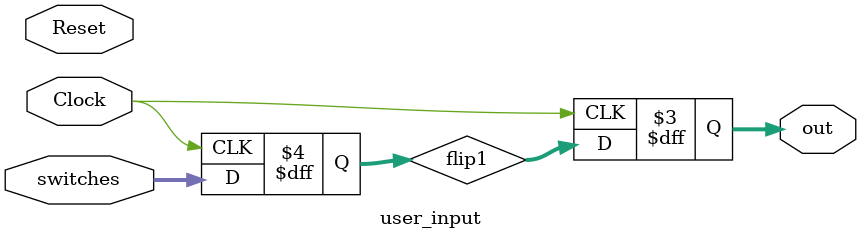
<source format=sv>
module user_input(Clock, Reset, switches, out);
	input logic Clock, Reset;
	input logic [3:0] switches;
	output logic [3:0] out;

	logic [3:0] flip1;
	
	// first flip flop 
	always_ff @(posedge Clock) begin
		flip1 <= switches;
	end
	
	// output from the second dq flip flop to not have metastability 
	always_ff @(posedge Clock) begin
		out <= flip1;
	end
	
endmodule
</source>
